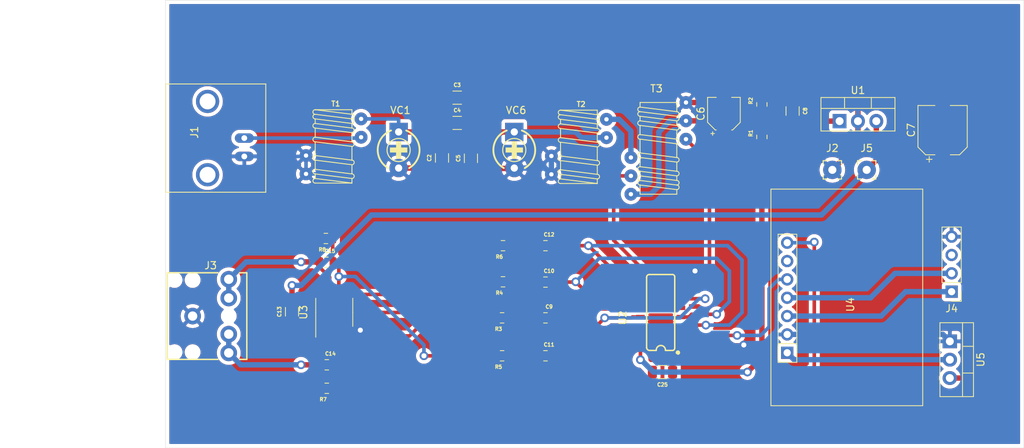
<source format=kicad_pcb>
(kicad_pcb (version 20171130) (host pcbnew "(5.1.5)-3")
  (layers (0 F.Cu signal) (31 B.Cu signal) (34 B.Paste user) (35 F.Paste user) (36 B.SilkS user) (37 F.SilkS user) (38 B.Mask user) (39 F.Mask user) (44 Edge.Cuts user))
  (net 0 "")
  (net 1 GND)
  (net 2 "Net-(C2-Pad2)")
  (net 3 +5V)
  (net 4 +12V)
  (net 5 "Net-(C9-Pad2)")
  (net 6 "Net-(C10-Pad2)")
  (net 7 "Net-(C11-Pad2)")
  (net 8 "Net-(C12-Pad2)")
  (net 9 "Net-(C14-Pad2)")
  (net 10 I_OUTPUT)
  (net 11 "Net-(C15-Pad2)")
  (net 12 Q_OUTPUT)
  (net 13 "Net-(R4-Pad2)")
  (net 14 "Net-(R6-Pad2)")
  (net 15 "Net-(T2-PadC2B)")
  (net 16 "Net-(T3-PadC2B)")
  (net 17 "Net-(T3-PadC3A)")
  (net 18 "Net-(U2-Pad14)")
  (net 19 "Net-(U2-Pad2)")
  (net 20 +3V3)
  (net 21 "Net-(J1-PadS)")
  (net 22 "Net-(J4-Pad2)")
  (net 23 "Net-(J4-Pad1)")
  (net 24 "Net-(C6-Pad1)")
  (net 25 "Net-(C3-Pad2)")
  (module Xenir:Pad (layer F.Cu) (at 195.5 67.25)
    (fp_text reference J5 (at 0 0.5) (layer F.SilkS))
    (fp_text value Pad)
    (pad 1 thru_hole circle (at 0 3.5) (size 2.54 2.54) (drill 1.1176) (layers *.Cu *.Mask) (net 4 +12V))
  )
  (module Xenir:Pad (layer F.Cu) (at 190.75 67.25)
    (fp_text reference J2 (at 0 0.5) (layer F.SilkS))
    (fp_text value Pad)
    (pad 1 thru_hole circle (at 0 3.5) (size 2.54 2.54) (drill 1.1176) (layers *.Cu *.Mask) (net 1 GND))
  )
  (module "Xenir:Capacitor 0805" (layer F.Cu) (at 145.1875 88.79 180)
    (fp_text reference R4 (at 0.5 1) (layer F.SilkS) (effects (font (size 0.5 0.5) (thickness 0.125))))
    (fp_text value 100)
    (pad 2 smd roundrect (at 0.9375 2.54 180) (size 0.975 1.4) (layers F.Cu F.Paste F.Mask) (net 13 "Net-(R4-Pad2)"))
    (pad 1 smd roundrect (at -0.9375 2.54 180) (size 0.975 1.4) (layers F.Cu F.Paste F.Mask) (net 6 "Net-(C10-Pad2)"))
  )
  (module Capacitor_SMD:CP_Elec_6.3x5.4 (layer F.Cu) (at 206 65.25 90)
    (fp_text reference C7 (at 0 -4.35 90) (layer F.SilkS))
    (fp_text value 100uF)
    (pad 2 smd roundrect (at 2.8 0 90) (size 3.5 1.6) (layers F.Cu F.Paste F.Mask) (roundrect_rratio 0.15625) (net 1 GND))
    (pad 1 smd roundrect (at -2.8 0 90) (size 3.5 1.6) (layers F.Cu F.Paste F.Mask) (roundrect_rratio 0.15625) (net 4 +12V))
  )
  (module Capacitor_SMD:CP_Elec_4x5.4 (layer F.Cu) (at 175.75 62.97 90)
    (fp_text reference C6 (at 0 -3.2 90) (layer F.SilkS))
    (fp_text value 22uF)
    (pad 2 smd roundrect (at 1.8 0 90) (size 2.6 1.6) (layers F.Cu F.Paste F.Mask) (roundrect_rratio 0.15625) (net 1 GND))
    (pad 1 smd roundrect (at -1.8 0 90) (size 2.6 1.6) (layers F.Cu F.Paste F.Mask) (roundrect_rratio 0.15625) (net 24 "Net-(C6-Pad1)"))
  )
  (module Connector_PinHeader_2.54mm:PinHeader_1x04_P2.54mm_Vertical (layer F.Cu) (at 207.25 87.62 180)
    (fp_text reference J4 (at 0 -2.33) (layer F.SilkS))
    (fp_text value Conn_01x04_Female)
    (pad 4 thru_hole oval (at 0 7.62 180) (size 1.7 1.7) (drill 1) (layers *.Cu *.Mask) (net 1 GND))
    (pad 3 thru_hole oval (at 0 5.08 180) (size 1.7 1.7) (drill 1) (layers *.Cu *.Mask))
    (pad 2 thru_hole oval (at 0 2.54 180) (size 1.7 1.7) (drill 1) (layers *.Cu *.Mask) (net 22 "Net-(J4-Pad2)"))
    (pad 1 thru_hole rect (at 0 0 180) (size 1.7 1.7) (drill 1) (layers *.Cu *.Mask) (net 23 "Net-(J4-Pad1)"))
  )
  (module Package_TO_SOT_THT:TO-220-3_Vertical (layer F.Cu) (at 207 94.5 270)
    (fp_text reference U5 (at 2.54 -4.27 90) (layer F.SilkS))
    (fp_text value LD33V)
    (pad 3 thru_hole oval (at 5.08 0 270) (size 1.905 2) (drill 1.1) (layers *.Cu *.Mask) (net 4 +12V))
    (pad 2 thru_hole oval (at 2.54 0 270) (size 1.905 2) (drill 1.1) (layers *.Cu *.Mask) (net 20 +3V3))
    (pad 1 thru_hole rect (at 0 0 270) (size 1.905 2) (drill 1.1) (layers *.Cu *.Mask) (net 1 GND))
  )
  (module Xenir:BNC (layer F.Cu) (at 105.5 66.25 90)
    (fp_text reference J1 (at 0.7 -3 90) (layer F.SilkS))
    (fp_text value BNC)
    (pad S thru_hole oval (at -0.1 3.9 180) (size 2.616 1.308) (drill 0.8) (layers *.Cu *.Mask) (net 21 "Net-(J1-PadS)"))
    (pad GND thru_hole oval (at -2.64 3.9 180) (size 2.616 1.308) (drill 0.8) (layers *.Cu *.Mask) (net 1 GND))
    (pad 3 thru_hole circle (at -5.18 -1.18 90) (size 3.216 3.216) (drill 2.2) (layers *.Cu *.Mask))
    (pad 4 thru_hole circle (at 4.98 -1.18 90) (size 3.216 3.216) (drill 2.2) (layers *.Cu *.Mask))
  )
  (module "Xenir:Capacitor 1206" (layer F.Cu) (at 138.85 62)
    (fp_text reference C4 (at 0 0.5) (layer F.SilkS) (effects (font (size 0.5 0.5) (thickness 0.125))))
    (fp_text value 10pF)
    (pad 2 smd roundrect (at 1.4 2.25) (size 1.25 1.75) (layers F.Cu F.Paste F.Mask) (roundrect_rratio 0.2) (net 25 "Net-(C3-Pad2)"))
    (pad 1 smd roundrect (at -1.4 2.25) (size 1.25 1.75) (layers F.Cu F.Paste F.Mask) (roundrect_rratio 0.2) (net 2 "Net-(C2-Pad2)"))
  )
  (module "Xenir:Capacitor 1206" (layer F.Cu) (at 138.85 58.5)
    (fp_text reference C3 (at 0 0.5) (layer F.SilkS) (effects (font (size 0.5 0.5) (thickness 0.125))))
    (fp_text value 5pF)
    (pad 2 smd roundrect (at 1.4 2.25) (size 1.25 1.75) (layers F.Cu F.Paste F.Mask) (roundrect_rratio 0.2) (net 25 "Net-(C3-Pad2)"))
    (pad 1 smd roundrect (at -1.4 2.25) (size 1.25 1.75) (layers F.Cu F.Paste F.Mask) (roundrect_rratio 0.2) (net 2 "Net-(C2-Pad2)"))
  )
  (module "Xenir:Capacitor 1206" (layer F.Cu) (at 138.5 69.15 90)
    (fp_text reference C5 (at 0 0.5 90) (layer F.SilkS) (effects (font (size 0.5 0.5) (thickness 0.125))))
    (fp_text value 150pF)
    (pad 2 smd roundrect (at 1.4 2.25 90) (size 1.25 1.75) (layers F.Cu F.Paste F.Mask) (roundrect_rratio 0.2) (net 25 "Net-(C3-Pad2)"))
    (pad 1 smd roundrect (at -1.4 2.25 90) (size 1.25 1.75) (layers F.Cu F.Paste F.Mask) (roundrect_rratio 0.2) (net 1 GND))
  )
  (module "Xenir:Capacitor 1206" (layer F.Cu) (at 134.5 69.1 90)
    (fp_text reference C2 (at 0 0.5 90) (layer F.SilkS) (effects (font (size 0.5 0.5) (thickness 0.125))))
    (fp_text value 150pF)
    (pad 2 smd roundrect (at 1.4 2.25 90) (size 1.25 1.75) (layers F.Cu F.Paste F.Mask) (roundrect_rratio 0.2) (net 2 "Net-(C2-Pad2)"))
    (pad 1 smd roundrect (at -1.4 2.25 90) (size 1.25 1.75) (layers F.Cu F.Paste F.Mask) (roundrect_rratio 0.2) (net 1 GND))
  )
  (module Xenir:trimcap (layer F.Cu) (at 146.75 61.5)
    (fp_text reference VC6 (at 0.25 1) (layer F.SilkS))
    (fp_text value 40pF)
    (pad 1 thru_hole rect (at 0 4) (size 2.54 2.54) (drill 1) (layers *.Cu *.Mask) (net 25 "Net-(C3-Pad2)"))
    (pad 2 thru_hole circle (at 0 9) (size 2.54 2.54) (drill 1) (layers *.Cu *.Mask) (net 1 GND))
  )
  (module Xenir:trimcap (layer F.Cu) (at 130.75 61.5)
    (fp_text reference VC1 (at 0.25 1) (layer F.SilkS))
    (fp_text value 40pF)
    (pad 1 thru_hole rect (at 0 4) (size 2.54 2.54) (drill 1) (layers *.Cu *.Mask) (net 2 "Net-(C2-Pad2)"))
    (pad 2 thru_hole circle (at 0 9) (size 2.54 2.54) (drill 1) (layers *.Cu *.Mask) (net 1 GND))
  )
  (module Xenir:si5351 (layer F.Cu) (at 182.25 73.41 270)
    (fp_text reference U4 (at 16 -11 90) (layer F.SilkS))
    (fp_text value si5351)
    (pad 2 thru_hole oval (at 12.51 -2.25 180) (size 1.7 1.7) (drill 1) (layers *.Cu *.Mask) (net 19 "Net-(U2-Pad2)"))
    (pad SDA thru_hole oval (at 17.59 -2.25 180) (size 1.7 1.7) (drill 1) (layers *.Cu *.Mask) (net 23 "Net-(J4-Pad1)"))
    (pad VIN thru_hole rect (at 22.67 -2.25 180) (size 1.7 1.7) (drill 1) (layers *.Cu *.Mask) (net 20 +3V3))
    (pad SCL thru_hole oval (at 15.05 -2.25 180) (size 1.7 1.7) (drill 1) (layers *.Cu *.Mask) (net 22 "Net-(J4-Pad2)"))
    (pad 1 thru_hole oval (at 9.97 -2.25 180) (size 1.7 1.7) (drill 1) (layers *.Cu *.Mask))
    (pad GND thru_hole oval (at 20.13 -2.25 180) (size 1.7 1.7) (drill 1) (layers *.Cu *.Mask) (net 1 GND))
    (pad 0 thru_hole oval (at 7.43 -2.25 180) (size 1.7 1.7) (drill 1) (layers *.Cu *.Mask) (net 18 "Net-(U2-Pad14)"))
  )
  (module Xenir:SOIC8 (layer F.Cu) (at 117.095 90.475 90)
    (fp_text reference U3 (at 0 0.5 90) (layer F.SilkS))
    (fp_text value LM358)
    (pad 6 smd roundrect (at 2.475 5.385 90) (size 1.95 0.6) (layers F.Cu F.Paste F.Mask) (net 11 "Net-(C15-Pad2)"))
    (pad 3 smd roundrect (at -2.475 5.385 90) (size 1.95 0.6) (layers F.Cu F.Paste F.Mask) (net 13 "Net-(R4-Pad2)"))
    (pad 7 smd roundrect (at 2.475 4.115 90) (size 1.95 0.6) (layers F.Cu F.Paste F.Mask) (net 12 Q_OUTPUT))
    (pad 5 smd roundrect (at 2.475 6.655 90) (size 1.95 0.6) (layers F.Cu F.Paste F.Mask) (net 14 "Net-(R6-Pad2)"))
    (pad 1 smd roundrect (at -2.475 2.845 90) (size 1.95 0.6) (layers F.Cu F.Paste F.Mask) (net 10 I_OUTPUT))
    (pad 4 smd roundrect (at -2.475 6.655 90) (size 1.95 0.6) (layers F.Cu F.Paste F.Mask) (net 1 GND))
    (pad 8 smd roundrect (at 2.475 2.845 90) (size 1.95 0.6) (layers F.Cu F.Paste F.Mask) (net 4 +12V))
    (pad 2 smd roundrect (at -2.475 4.115 90) (size 1.95 0.6) (layers F.Cu F.Paste F.Mask) (net 9 "Net-(C14-Pad2)"))
  )
  (module Xenir:SO16 (layer F.Cu) (at 161.25 91.25 90)
    (fp_text reference U2 (at 0 0.5 90) (layer F.SilkS))
    (fp_text value FST3253)
    (pad 14 smd rect (at -1.155 2.95 90) (size 0.6 1.2) (layers F.Cu F.Paste F.Mask) (net 18 "Net-(U2-Pad14)"))
    (pad 15 smd rect (at -2.425 2.95 90) (size 0.6 1.2) (layers F.Cu F.Paste F.Mask) (net 1 GND))
    (pad 16 smd rect (at -3.695 2.95 90) (size 0.6 1.2) (layers F.Cu F.Paste F.Mask) (net 3 +5V))
    (pad 5 smd rect (at 1.385 8.55 90) (size 0.6 1.2) (layers F.Cu F.Paste F.Mask) (net 5 "Net-(C9-Pad2)"))
    (pad 1 smd rect (at -3.695 8.55 90) (size 0.6 1.2) (layers F.Cu F.Paste F.Mask) (net 1 GND))
    (pad 2 smd rect (at -2.425 8.55 90) (size 0.6 1.2) (layers F.Cu F.Paste F.Mask) (net 19 "Net-(U2-Pad2)"))
    (pad 3 smd rect (at -1.155 8.55 90) (size 0.6 1.2) (layers F.Cu F.Paste F.Mask) (net 8 "Net-(C12-Pad2)"))
    (pad 4 smd rect (at 0.115 8.55 90) (size 0.6 1.2) (layers F.Cu F.Paste F.Mask) (net 6 "Net-(C10-Pad2)"))
    (pad 6 smd rect (at 2.655 8.55 90) (size 0.6 1.2) (layers F.Cu F.Paste F.Mask) (net 7 "Net-(C11-Pad2)"))
    (pad 7 smd rect (at 3.925 8.55 90) (size 0.6 1.2) (layers F.Cu F.Paste F.Mask) (net 17 "Net-(T3-PadC3A)"))
    (pad 9 smd rect (at 5.195 2.95 90) (size 0.6 1.2) (layers F.Cu F.Paste F.Mask) (net 16 "Net-(T3-PadC2B)"))
    (pad 10 smd rect (at 3.925 2.95 90) (size 0.6 1.2) (layers F.Cu F.Paste F.Mask) (net 8 "Net-(C12-Pad2)"))
    (pad 11 smd rect (at 2.655 2.95 90) (size 0.6 1.2) (layers F.Cu F.Paste F.Mask) (net 6 "Net-(C10-Pad2)"))
    (pad 13 smd rect (at 0.115 2.95 90) (size 0.6 1.2) (layers F.Cu F.Paste F.Mask) (net 7 "Net-(C11-Pad2)"))
    (pad 8 smd rect (at 5.195 8.55 90) (size 0.6 1.2) (layers F.Cu F.Paste F.Mask) (net 1 GND))
    (pad 12 smd rect (at 1.385 2.95 90) (size 0.6 1.2) (layers F.Cu F.Paste F.Mask) (net 5 "Net-(C9-Pad2)"))
  )
  (module Package_TO_SOT_THT:TO-220-3_Vertical (layer F.Cu) (at 191.75 64)
    (fp_text reference U1 (at 2.54 -4.27) (layer F.SilkS))
    (fp_text value LM7805_TO220)
    (pad 3 thru_hole oval (at 5.08 0) (size 1.905 2) (drill 1.1) (layers *.Cu *.Mask) (net 4 +12V))
    (pad 2 thru_hole oval (at 2.54 0) (size 1.905 2) (drill 1.1) (layers *.Cu *.Mask) (net 1 GND))
    (pad 1 thru_hole rect (at 0 0) (size 1.905 2) (drill 1.1) (layers *.Cu *.Mask) (net 3 +5V))
  )
  (module "Xenir:T50 Trifilar" (layer F.Cu) (at 166.42 59)
    (fp_text reference T3 (at 0 0.5) (layer F.SilkS))
    (fp_text value T50_SPLITTER)
    (pad C2B thru_hole circle (at -3.54 12.58) (size 1.778 1.778) (drill 0.6) (layers *.Cu *.Mask) (net 16 "Net-(T3-PadC2B)"))
    (pad C3B thru_hole circle (at -3.54 15.12) (size 1.778 1.778) (drill 0.6) (layers *.Cu *.Mask) (net 24 "Net-(C6-Pad1)"))
    (pad C2A thru_hole circle (at 4.08 4.96) (size 1.778 1.778) (drill 0.6) (layers *.Cu *.Mask) (net 24 "Net-(C6-Pad1)"))
    (pad C1B thru_hole circle (at -3.54 10.04) (size 1.778 1.778) (drill 0.6) (layers *.Cu *.Mask) (net 15 "Net-(T2-PadC2B)"))
    (pad C1A thru_hole circle (at 4.08 2.42) (size 1.778 1.778) (drill 0.6) (layers *.Cu *.Mask) (net 1 GND))
    (pad C3A thru_hole circle (at 4.08 7.5) (size 1.778 1.778) (drill 0.6) (layers *.Cu *.Mask) (net 17 "Net-(T3-PadC3A)"))
  )
  (module "Xenir:T37 Transformer" (layer F.Cu) (at 155.69 60.56)
    (fp_text reference T2 (at 0.3 1.1) (layer F.SilkS) (effects (font (size 0.7 0.7))))
    (fp_text value 31:6)
    (pad C1B thru_hole circle (at 3.81 5.73) (size 1.778 1.778) (drill 0.6) (layers *.Cu *.Mask) (net 25 "Net-(C3-Pad2)"))
    (pad C1A thru_hole circle (at -3.81 10.81) (size 1.778 1.778) (drill 0.6) (layers *.Cu *.Mask) (net 1 GND))
    (pad C2B thru_hole circle (at 3.81 3.19) (size 1.778 1.778) (drill 0.6) (layers *.Cu *.Mask) (net 15 "Net-(T2-PadC2B)"))
    (pad C2A thru_hole circle (at -3.81 8.27) (size 1.778 1.778) (drill 0.6) (layers *.Cu *.Mask) (net 1 GND))
  )
  (module "Xenir:T37 Transformer" (layer F.Cu) (at 121.75 60.5)
    (fp_text reference T1 (at 0.3 1.1) (layer F.SilkS) (effects (font (size 0.7 0.7))))
    (fp_text value 6:31)
    (pad C1B thru_hole circle (at 3.81 5.73) (size 1.778 1.778) (drill 0.6) (layers *.Cu *.Mask) (net 21 "Net-(J1-PadS)"))
    (pad C1A thru_hole circle (at -3.81 10.81) (size 1.778 1.778) (drill 0.6) (layers *.Cu *.Mask) (net 1 GND))
    (pad C2B thru_hole circle (at 3.81 3.19) (size 1.778 1.778) (drill 0.6) (layers *.Cu *.Mask) (net 2 "Net-(C2-Pad2)"))
    (pad C2A thru_hole circle (at -3.81 8.27) (size 1.778 1.778) (drill 0.6) (layers *.Cu *.Mask) (net 1 GND))
  )
  (module "Xenir:Capacitor 0805" (layer F.Cu) (at 120.6875 82.79 180)
    (fp_text reference R8 (at 0.5 1) (layer F.SilkS) (effects (font (size 0.5 0.5) (thickness 0.125))))
    (fp_text value 10k)
    (pad 2 smd roundrect (at 0.9375 2.54 180) (size 0.975 1.4) (layers F.Cu F.Paste F.Mask) (net 12 Q_OUTPUT))
    (pad 1 smd roundrect (at -0.9375 2.54 180) (size 0.975 1.4) (layers F.Cu F.Paste F.Mask) (net 11 "Net-(C15-Pad2)"))
  )
  (module "Xenir:Capacitor 0805" (layer F.Cu) (at 120.8125 103.54 180)
    (fp_text reference R7 (at 0.5 1) (layer F.SilkS) (effects (font (size 0.5 0.5) (thickness 0.125))))
    (fp_text value 10k)
    (pad 2 smd roundrect (at 0.9375 2.54 180) (size 0.975 1.4) (layers F.Cu F.Paste F.Mask) (net 10 I_OUTPUT))
    (pad 1 smd roundrect (at -0.9375 2.54 180) (size 0.975 1.4) (layers F.Cu F.Paste F.Mask) (net 9 "Net-(C14-Pad2)"))
  )
  (module "Xenir:Capacitor 0805" (layer F.Cu) (at 145.1875 83.79 180)
    (fp_text reference R6 (at 0.5 1) (layer F.SilkS) (effects (font (size 0.5 0.5) (thickness 0.125))))
    (fp_text value 100)
    (pad 2 smd roundrect (at 0.9375 2.54 180) (size 0.975 1.4) (layers F.Cu F.Paste F.Mask) (net 14 "Net-(R6-Pad2)"))
    (pad 1 smd roundrect (at -0.9375 2.54 180) (size 0.975 1.4) (layers F.Cu F.Paste F.Mask) (net 8 "Net-(C12-Pad2)"))
  )
  (module "Xenir:Capacitor 0805" (layer F.Cu) (at 145.0625 99.04 180)
    (fp_text reference R5 (at 0.5 1) (layer F.SilkS) (effects (font (size 0.5 0.5) (thickness 0.125))))
    (fp_text value 100)
    (pad 2 smd roundrect (at 0.9375 2.54 180) (size 0.975 1.4) (layers F.Cu F.Paste F.Mask) (net 11 "Net-(C15-Pad2)"))
    (pad 1 smd roundrect (at -0.9375 2.54 180) (size 0.975 1.4) (layers F.Cu F.Paste F.Mask) (net 7 "Net-(C11-Pad2)"))
  )
  (module "Xenir:Capacitor 0805" (layer F.Cu) (at 145.0625 93.79 180)
    (fp_text reference R3 (at 0.5 1) (layer F.SilkS) (effects (font (size 0.5 0.5) (thickness 0.125))))
    (fp_text value 100)
    (pad 2 smd roundrect (at 0.9375 2.54 180) (size 0.975 1.4) (layers F.Cu F.Paste F.Mask) (net 9 "Net-(C14-Pad2)"))
    (pad 1 smd roundrect (at -0.9375 2.54 180) (size 0.975 1.4) (layers F.Cu F.Paste F.Mask) (net 5 "Net-(C9-Pad2)"))
  )
  (module "Xenir:Capacitor 0805" (layer F.Cu) (at 178.46 61.6875 90)
    (fp_text reference R2 (at 0.5 1 90) (layer F.SilkS) (effects (font (size 0.5 0.5) (thickness 0.125))))
    (fp_text value 10k)
    (pad 2 smd roundrect (at 0.9375 2.54 90) (size 0.975 1.4) (layers F.Cu F.Paste F.Mask) (net 1 GND))
    (pad 1 smd roundrect (at -0.9375 2.54 90) (size 0.975 1.4) (layers F.Cu F.Paste F.Mask) (net 24 "Net-(C6-Pad1)"))
  )
  (module "Xenir:Capacitor 0805" (layer F.Cu) (at 178.46 66.1875 90)
    (fp_text reference R1 (at 0.5 1 90) (layer F.SilkS) (effects (font (size 0.5 0.5) (thickness 0.125))))
    (fp_text value 10k)
    (pad 2 smd roundrect (at 0.9375 2.54 90) (size 0.975 1.4) (layers F.Cu F.Paste F.Mask) (net 24 "Net-(C6-Pad1)"))
    (pad 1 smd roundrect (at -0.9375 2.54 90) (size 0.975 1.4) (layers F.Cu F.Paste F.Mask) (net 3 +5V))
  )
  (module Xenir:Audio_Jack (layer F.Cu) (at 104.25 82.5)
    (fp_text reference J3 (at 0.5 1.5) (layer F.SilkS))
    (fp_text value Audio_Jack)
    (pad "" np_thru_hole circle (at -4.5 3.5) (size 1.2 1.2) (drill 1.2) (layers *.Cu *.Mask))
    (pad "" np_thru_hole circle (at -2 3.5) (size 1.2 1.2) (drill 1.2) (layers *.Cu *.Mask))
    (pad RING thru_hole circle (at 3 3.4) (size 2.3 2.3) (drill 1.3) (layers *.Cu *.Mask) (net 12 Q_OUTPUT))
    (pad "" np_thru_hole circle (at 3 8.5) (size 1.2 1.2) (drill 1.2) (layers *.Cu *.Mask))
    (pad SLEEVE thru_hole circle (at -2 8.5) (size 2.3 2.3) (drill 1.3) (layers *.Cu *.Mask) (net 1 GND))
    (pad "" np_thru_hole circle (at -2 13.5) (size 1.2 1.2) (drill 1.2) (layers *.Cu *.Mask))
    (pad TIP thru_hole circle (at 3 13.6) (size 2.3 2.3) (drill 1.3) (layers *.Cu *.Mask) (net 10 I_OUTPUT))
    (pad TSH thru_hole circle (at 3 11) (size 2.3 2.3) (drill 1.3) (layers *.Cu *.Mask) (net 10 I_OUTPUT))
    (pad "" np_thru_hole circle (at -4.5 13.5) (size 1.2 1.2) (drill 1.2) (layers *.Cu *.Mask))
    (pad RSH thru_hole circle (at 3 6) (size 2.3 2.3) (drill 1.3) (layers *.Cu *.Mask) (net 12 Q_OUTPUT))
  )
  (module "Xenir:Capacitor 0805" (layer F.Cu) (at 120.75 81)
    (fp_text reference C15 (at 0.5 1) (layer F.SilkS) (effects (font (size 0.5 0.5) (thickness 0.125))))
    (fp_text value 1nF)
    (pad 2 smd roundrect (at 0.9375 2.54) (size 0.975 1.4) (layers F.Cu F.Paste F.Mask) (net 11 "Net-(C15-Pad2)"))
    (pad 1 smd roundrect (at -0.9375 2.54) (size 0.975 1.4) (layers F.Cu F.Paste F.Mask) (net 12 Q_OUTPUT))
  )
  (module "Xenir:Capacitor 0805" (layer F.Cu) (at 120.8125 95.21)
    (fp_text reference C14 (at 0.5 1) (layer F.SilkS) (effects (font (size 0.5 0.5) (thickness 0.125))))
    (fp_text value 1nF)
    (pad 2 smd roundrect (at 0.9375 2.54) (size 0.975 1.4) (layers F.Cu F.Paste F.Mask) (net 9 "Net-(C14-Pad2)"))
    (pad 1 smd roundrect (at -0.9375 2.54) (size 0.975 1.4) (layers F.Cu F.Paste F.Mask) (net 10 I_OUTPUT))
  )
  (module "Xenir:Capacitor 1206" (layer F.Cu) (at 113.75 90.4 90)
    (fp_text reference C13 (at 0 0.5 90) (layer F.SilkS) (effects (font (size 0.5 0.5) (thickness 0.125))))
    (fp_text value .1uF)
    (pad 2 smd roundrect (at 1.4 2.25 90) (size 1.25 1.75) (layers F.Cu F.Paste F.Mask) (roundrect_rratio 0.2) (net 4 +12V))
    (pad 1 smd roundrect (at -1.4 2.25 90) (size 1.25 1.75) (layers F.Cu F.Paste F.Mask) (roundrect_rratio 0.2) (net 1 GND))
  )
  (module "Xenir:Capacitor 0805" (layer F.Cu) (at 151.0625 78.71)
    (fp_text reference C12 (at 0.5 1) (layer F.SilkS) (effects (font (size 0.5 0.5) (thickness 0.125))))
    (fp_text value 470nF)
    (pad 2 smd roundrect (at 0.9375 2.54) (size 0.975 1.4) (layers F.Cu F.Paste F.Mask) (net 8 "Net-(C12-Pad2)"))
    (pad 1 smd roundrect (at -0.9375 2.54) (size 0.975 1.4) (layers F.Cu F.Paste F.Mask) (net 1 GND))
  )
  (module "Xenir:Capacitor 0805" (layer F.Cu) (at 151.0625 93.96)
    (fp_text reference C11 (at 0.5 1) (layer F.SilkS) (effects (font (size 0.5 0.5) (thickness 0.125))))
    (fp_text value 470nF)
    (pad 2 smd roundrect (at 0.9375 2.54) (size 0.975 1.4) (layers F.Cu F.Paste F.Mask) (net 7 "Net-(C11-Pad2)"))
    (pad 1 smd roundrect (at -0.9375 2.54) (size 0.975 1.4) (layers F.Cu F.Paste F.Mask) (net 1 GND))
  )
  (module "Xenir:Capacitor 0805" (layer F.Cu) (at 151.0625 83.75)
    (fp_text reference C10 (at 0.5 1) (layer F.SilkS) (effects (font (size 0.5 0.5) (thickness 0.125))))
    (fp_text value 470nF)
    (pad 2 smd roundrect (at 0.9375 2.54) (size 0.975 1.4) (layers F.Cu F.Paste F.Mask) (net 6 "Net-(C10-Pad2)"))
    (pad 1 smd roundrect (at -0.9375 2.54) (size 0.975 1.4) (layers F.Cu F.Paste F.Mask) (net 1 GND))
  )
  (module "Xenir:Capacitor 0805" (layer F.Cu) (at 151.0625 88.71)
    (fp_text reference C9 (at 0.5 1) (layer F.SilkS) (effects (font (size 0.5 0.5) (thickness 0.125))))
    (fp_text value 470nF)
    (pad 2 smd roundrect (at 0.9375 2.54) (size 0.975 1.4) (layers F.Cu F.Paste F.Mask) (net 5 "Net-(C9-Pad2)"))
    (pad 1 smd roundrect (at -0.9375 2.54) (size 0.975 1.4) (layers F.Cu F.Paste F.Mask) (net 1 GND))
  )
  (module "Xenir:Capacitor 1206" (layer F.Cu) (at 187.5 62.6 270)
    (fp_text reference C8 (at 0 0.5 90) (layer F.SilkS) (effects (font (size 0.5 0.5) (thickness 0.125))))
    (fp_text value .1uF)
    (pad 2 smd roundrect (at 1.4 2.25 270) (size 1.25 1.75) (layers F.Cu F.Paste F.Mask) (roundrect_rratio 0.2) (net 3 +5V))
    (pad 1 smd roundrect (at -1.4 2.25 270) (size 1.25 1.75) (layers F.Cu F.Paste F.Mask) (roundrect_rratio 0.2) (net 1 GND))
  )
  (module "Xenir:Capacitor 1206" (layer F.Cu) (at 167.25 101 180)
    (fp_text reference C25 (at 0 0.5) (layer F.SilkS) (effects (font (size 0.5 0.5) (thickness 0.125))))
    (fp_text value .1uF)
    (pad 2 smd roundrect (at 1.4 2.25 180) (size 1.25 1.75) (layers F.Cu F.Paste F.Mask) (roundrect_rratio 0.2) (net 3 +5V))
    (pad 1 smd roundrect (at -1.4 2.25 180) (size 1.25 1.75) (layers F.Cu F.Paste F.Mask) (roundrect_rratio 0.2) (net 1 GND))
  )
  (gr_line (start 98.5 47.25) (end 99 47.25) (layer Edge.Cuts) (width 0.05))
  (gr_line (start 98.5 109.25) (end 98.5 47.25) (layer Edge.Cuts) (width 0.05))
  (gr_line (start 217.25 109.25) (end 98.5 109.25) (layer Edge.Cuts) (width 0.05))
  (gr_line (start 217.25 47.25) (end 217.25 109.25) (layer Edge.Cuts) (width 0.05))
  (gr_line (start 99 47.25) (end 217.25 47.25) (layer Edge.Cuts) (width 0.05))
  (segment (start 117.82 68.89) (end 117.94 68.77) (width 0.5) (layer B.Cu) (net 1))
  (segment (start 109.4 68.89) (end 117.82 68.89) (width 0.5) (layer B.Cu) (net 1))
  (segment (start 117.94 68.77) (end 117.94 71.31) (width 0.5) (layer B.Cu) (net 1))
  (segment (start 129.94 71.31) (end 130.75 70.5) (width 0.5) (layer B.Cu) (net 1))
  (segment (start 117.94 71.31) (end 129.94 71.31) (width 0.5) (layer B.Cu) (net 1))
  (segment (start 130.75 70.5) (end 136.75 70.5) (width 0.75) (layer F.Cu) (net 1))
  (segment (start 146.7 70.55) (end 146.75 70.5) (width 0.75) (layer F.Cu) (net 1))
  (segment (start 140.75 70.55) (end 146.7 70.55) (width 0.75) (layer F.Cu) (net 1))
  (segment (start 140.7 70.5) (end 140.75 70.55) (width 0.75) (layer F.Cu) (net 1))
  (segment (start 136.75 70.5) (end 140.7 70.5) (width 0.75) (layer F.Cu) (net 1))
  (segment (start 151.01 70.5) (end 151.88 71.37) (width 0.75) (layer B.Cu) (net 1))
  (segment (start 146.75 70.5) (end 151.01 70.5) (width 0.75) (layer B.Cu) (net 1))
  (segment (start 151.88 68.83) (end 151.88 71.37) (width 0.75) (layer B.Cu) (net 1))
  (segment (start 194.29 62.25) (end 195.04 61.5) (width 0.75) (layer F.Cu) (net 1))
  (segment (start 194.29 64) (end 194.29 62.25) (width 0.75) (layer F.Cu) (net 1))
  (segment (start 205.05 61.5) (end 206 62.45) (width 0.75) (layer F.Cu) (net 1))
  (segment (start 195.04 61.5) (end 205.05 61.5) (width 0.75) (layer F.Cu) (net 1))
  (segment (start 149.6375 86.29) (end 149.5975 86.25) (width 0.5) (layer F.Cu) (net 1))
  (segment (start 150.125 86.29) (end 149.6375 86.29) (width 0.5) (layer F.Cu) (net 1))
  (segment (start 164.2 93.675) (end 166.675 93.675) (width 0.5) (layer F.Cu) (net 1))
  (segment (start 167.945 94.945) (end 169.8 94.945) (width 0.5) (layer F.Cu) (net 1))
  (segment (start 166.675 93.675) (end 167.945 94.945) (width 0.5) (layer F.Cu) (net 1))
  (segment (start 168.65 95.65) (end 167.945 94.945) (width 0.5) (layer F.Cu) (net 1))
  (segment (start 168.65 98.75) (end 168.65 95.65) (width 0.5) (layer F.Cu) (net 1))
  (segment (start 170.9 94.945) (end 170.955 95) (width 0.5) (layer F.Cu) (net 1))
  (segment (start 169.8 94.945) (end 170.9 94.945) (width 0.5) (layer F.Cu) (net 1))
  (segment (start 170.955 95) (end 178.5 95) (width 0.5) (layer F.Cu) (net 1))
  (segment (start 178.5 95) (end 178.5 95) (width 0.5) (layer F.Cu) (net 1))
  (via (at 178.5 95) (size 1.2) (drill 0.7) (layers F.Cu B.Cu) (net 1))
  (segment (start 178.5 95) (end 181.25 95) (width 0.5) (layer B.Cu) (net 1))
  (segment (start 182.71 93.54) (end 184.5 93.54) (width 0.5) (layer B.Cu) (net 1))
  (segment (start 181.25 95) (end 182.71 93.54) (width 0.5) (layer B.Cu) (net 1))
  (segment (start 206.04 93.54) (end 207 94.5) (width 0.75) (layer B.Cu) (net 1))
  (segment (start 184.5 93.54) (end 206.04 93.54) (width 0.75) (layer B.Cu) (net 1))
  (segment (start 170.9 86.055) (end 171.75 85.205) (width 0.5) (layer F.Cu) (net 1))
  (segment (start 169.8 86.055) (end 170.9 86.055) (width 0.5) (layer F.Cu) (net 1))
  (segment (start 171.75 85.205) (end 171.75 84.75) (width 0.5) (layer F.Cu) (net 1))
  (segment (start 171.75 84.75) (end 171.75 84.75) (width 0.5) (layer F.Cu) (net 1))
  (via (at 171.75 84.75) (size 1.2) (drill 0.7) (layers F.Cu B.Cu) (net 1))
  (segment (start 175.58 61.42) (end 175.75 61.25) (width 0.75) (layer F.Cu) (net 1))
  (segment (start 170.5 61.42) (end 175.58 61.42) (width 0.75) (layer F.Cu) (net 1))
  (segment (start 175.75 61.25) (end 178.75 61.25) (width 0.75) (layer F.Cu) (net 1))
  (segment (start 179.25 60.75) (end 181 60.75) (width 0.75) (layer F.Cu) (net 1))
  (segment (start 178.75 61.25) (end 179.25 60.75) (width 0.75) (layer F.Cu) (net 1))
  (segment (start 184.8 60.75) (end 185.25 61.2) (width 0.75) (layer F.Cu) (net 1))
  (segment (start 181 60.75) (end 184.8 60.75) (width 0.75) (layer F.Cu) (net 1))
  (segment (start 186.425 61.5) (end 195.04 61.5) (width 0.75) (layer F.Cu) (net 1))
  (segment (start 186.125 61.2) (end 186.425 61.5) (width 0.75) (layer F.Cu) (net 1))
  (segment (start 185.25 61.2) (end 186.125 61.2) (width 0.75) (layer F.Cu) (net 1))
  (segment (start 194.29 67.21) (end 190.75 70.75) (width 0.75) (layer F.Cu) (net 1))
  (segment (start 194.29 64) (end 194.29 67.21) (width 0.75) (layer F.Cu) (net 1))
  (segment (start 123.75 92.95) (end 125.45 92.95) (width 0.75) (layer F.Cu) (net 1))
  (segment (start 125.45 92.95) (end 125.45 92.95) (width 0.75) (layer F.Cu) (net 1))
  (via (at 125.45 92.95) (size 1.2) (drill 0.7) (layers F.Cu B.Cu) (net 1))
  (segment (start 130.75 63.73) (end 130.75 65.5) (width 0.5) (layer B.Cu) (net 2))
  (segment (start 130.71 63.69) (end 130.75 63.73) (width 0.5) (layer B.Cu) (net 2))
  (segment (start 125.56 63.69) (end 130.71 63.69) (width 0.5) (layer B.Cu) (net 2))
  (segment (start 136.75 67.075) (end 136.75 67.7) (width 0.5) (layer F.Cu) (net 2))
  (segment (start 137.45 64.25) (end 137.45 60.75) (width 0.5) (layer F.Cu) (net 2))
  (segment (start 134.55 65.5) (end 136.75 67.7) (width 0.75) (layer F.Cu) (net 2))
  (segment (start 130.75 65.5) (end 134.55 65.5) (width 0.75) (layer F.Cu) (net 2))
  (segment (start 137.45 67) (end 136.75 67.7) (width 0.75) (layer F.Cu) (net 2))
  (segment (start 137.45 64.25) (end 137.45 67) (width 0.75) (layer F.Cu) (net 2))
  (segment (start 140.25 60.75) (end 140.25 64.25) (width 0.5) (layer F.Cu) (net 25))
  (segment (start 140.25 67.25) (end 140.75 67.75) (width 0.5) (layer F.Cu) (net 25))
  (segment (start 140.25 64.25) (end 140.25 67.25) (width 0.5) (layer F.Cu) (net 25))
  (segment (start 145 65.5) (end 146.75 65.5) (width 0.75) (layer F.Cu) (net 25))
  (segment (start 140.75 67.75) (end 142.75 67.75) (width 0.75) (layer F.Cu) (net 25))
  (segment (start 142.75 67.75) (end 145 65.5) (width 0.75) (layer F.Cu) (net 25))
  (segment (start 146.75 65.5) (end 155.25 65.5) (width 0.75) (layer B.Cu) (net 25))
  (segment (start 156.04 66.29) (end 159.5 66.29) (width 0.75) (layer B.Cu) (net 25))
  (segment (start 155.25 65.5) (end 156.04 66.29) (width 0.75) (layer B.Cu) (net 25))
  (segment (start 164.2 97.1) (end 165.85 98.75) (width 0.5) (layer F.Cu) (net 3))
  (segment (start 164.2 94.945) (end 164.2 97.05) (width 0.5) (layer F.Cu) (net 3))
  (segment (start 190 64) (end 191.75 64) (width 0.75) (layer F.Cu) (net 3))
  (segment (start 185.25 64) (end 190 64) (width 0.75) (layer F.Cu) (net 3))
  (segment (start 185.25 64) (end 185.25 66.25) (width 0.75) (layer F.Cu) (net 3))
  (segment (start 184.375 67.125) (end 181 67.125) (width 0.75) (layer F.Cu) (net 3))
  (segment (start 185.25 66.25) (end 184.375 67.125) (width 0.75) (layer F.Cu) (net 3))
  (segment (start 181 67.125) (end 181 67.6125) (width 0.75) (layer F.Cu) (net 3))
  (segment (start 181 67.6125) (end 181 96.75) (width 0.75) (layer F.Cu) (net 3))
  (segment (start 181 96.75) (end 179 98.75) (width 0.75) (layer F.Cu) (net 3))
  (segment (start 179 98.75) (end 179 98.75) (width 0.75) (layer F.Cu) (net 3))
  (via (at 179 98.75) (size 1.2) (drill 0.7) (layers F.Cu B.Cu) (net 3))
  (segment (start 179 98.75) (end 166 98.75) (width 0.75) (layer B.Cu) (net 3))
  (segment (start 166 98.75) (end 164.25 97) (width 0.75) (layer B.Cu) (net 3))
  (segment (start 164.2 97.05) (end 164.2 97.1) (width 0.5) (layer F.Cu) (net 3))
  (via (at 164.2 97.05) (size 1.2) (drill 0.7) (layers F.Cu B.Cu) (net 3))
  (segment (start 205.2 68.05) (end 206 68.05) (width 0.75) (layer F.Cu) (net 4))
  (segment (start 199.13 68.05) (end 205.2 68.05) (width 0.75) (layer F.Cu) (net 4))
  (segment (start 196.83 65.75) (end 199.13 68.05) (width 0.75) (layer F.Cu) (net 4))
  (segment (start 196.83 64) (end 196.83 65.75) (width 0.75) (layer F.Cu) (net 4))
  (segment (start 206 68.05) (end 208.05 68.05) (width 0.75) (layer F.Cu) (net 4))
  (segment (start 208.05 68.05) (end 211.25 71.25) (width 0.75) (layer F.Cu) (net 4))
  (segment (start 208.75 99.58) (end 207 99.58) (width 0.75) (layer F.Cu) (net 4))
  (segment (start 211.25 97.08) (end 208.75 99.58) (width 0.75) (layer F.Cu) (net 4))
  (segment (start 211.25 71.25) (end 211.25 97.08) (width 0.75) (layer F.Cu) (net 4))
  (segment (start 198.2 68.05) (end 195.5 70.75) (width 0.75) (layer F.Cu) (net 4))
  (segment (start 199.13 68.05) (end 198.2 68.05) (width 0.75) (layer F.Cu) (net 4))
  (segment (start 195.5 70.75) (end 194.230001 72.019999) (width 0.75) (layer B.Cu) (net 4))
  (segment (start 194.230001 72.019999) (end 191.25 75) (width 0.75) (layer B.Cu) (net 4))
  (segment (start 191.25 75) (end 189.25 77) (width 0.75) (layer B.Cu) (net 4))
  (segment (start 189.25 77) (end 127 77) (width 0.75) (layer B.Cu) (net 4))
  (segment (start 127 77) (end 117.25 86.75) (width 0.75) (layer B.Cu) (net 4))
  (segment (start 117.25 86.75) (end 116 86.75) (width 0.75) (layer B.Cu) (net 4))
  (segment (start 116 86.75) (end 116 86.75) (width 0.75) (layer B.Cu) (net 4))
  (via (at 116 86.75) (size 1.2) (drill 0.7) (layers F.Cu B.Cu) (net 4))
  (segment (start 116 86.75) (end 116 89) (width 0.75) (layer F.Cu) (net 4))
  (segment (start 118.94 89) (end 119.94 88) (width 0.75) (layer F.Cu) (net 4))
  (segment (start 116 89) (end 118.94 89) (width 0.75) (layer F.Cu) (net 4))
  (segment (start 146 91.25) (end 146 90.25) (width 0.5) (layer F.Cu) (net 5))
  (segment (start 146 90.25) (end 147 89.25) (width 0.5) (layer F.Cu) (net 5))
  (segment (start 147 89.25) (end 151.5 89.25) (width 0.5) (layer F.Cu) (net 5))
  (segment (start 151.5 89.25) (end 152 89.75) (width 0.5) (layer F.Cu) (net 5))
  (segment (start 152 89.75) (end 152 91.25) (width 0.5) (layer F.Cu) (net 5))
  (segment (start 163.1 89.865) (end 162.965 90) (width 0.5) (layer F.Cu) (net 5))
  (segment (start 164.2 89.865) (end 163.1 89.865) (width 0.5) (layer F.Cu) (net 5))
  (segment (start 162.965 90) (end 158 90) (width 0.5) (layer F.Cu) (net 5))
  (segment (start 156.75 91.25) (end 152 91.25) (width 0.5) (layer F.Cu) (net 5))
  (segment (start 158 90) (end 156.75 91.25) (width 0.5) (layer F.Cu) (net 5))
  (segment (start 164.2 89.865) (end 169.8 89.865) (width 0.5) (layer F.Cu) (net 5))
  (segment (start 146.125 85.55) (end 147.425 84.25) (width 0.5) (layer F.Cu) (net 6))
  (segment (start 146.125 86.25) (end 146.125 85.55) (width 0.5) (layer F.Cu) (net 6))
  (segment (start 147.425 84.25) (end 151.5 84.25) (width 0.5) (layer F.Cu) (net 6))
  (segment (start 151.5 84.25) (end 152 84.75) (width 0.5) (layer F.Cu) (net 6))
  (segment (start 152 84.75) (end 152 86.29) (width 0.5) (layer F.Cu) (net 6))
  (segment (start 164.2 88.595) (end 157.595 88.595) (width 0.5) (layer F.Cu) (net 6))
  (segment (start 157.595 88.595) (end 155.25 86.25) (width 0.5) (layer F.Cu) (net 6))
  (segment (start 155.21 86.29) (end 152 86.29) (width 0.5) (layer F.Cu) (net 6))
  (segment (start 155.25 86.25) (end 155.21 86.29) (width 0.5) (layer F.Cu) (net 6))
  (segment (start 170.9 91.135) (end 171.285 90.75) (width 0.5) (layer F.Cu) (net 6))
  (segment (start 169.8 91.135) (end 170.9 91.135) (width 0.5) (layer F.Cu) (net 6))
  (segment (start 171.285 90.75) (end 174.75 90.75) (width 0.5) (layer F.Cu) (net 6))
  (segment (start 174.75 90.75) (end 174.75 90.75) (width 0.5) (layer F.Cu) (net 6))
  (via (at 174.75 90.75) (size 1.2) (drill 0.7) (layers F.Cu B.Cu) (net 6))
  (segment (start 174.75 90.75) (end 175.349999 90.150001) (width 0.5) (layer B.Cu) (net 6))
  (segment (start 175.349999 90.150001) (end 176.5 89) (width 0.5) (layer B.Cu) (net 6))
  (segment (start 176.5 89) (end 176.5 84.75) (width 0.5) (layer B.Cu) (net 6))
  (segment (start 176.5 84.75) (end 174.75 83) (width 0.5) (layer B.Cu) (net 6))
  (segment (start 174.75 83) (end 158.5 83) (width 0.5) (layer B.Cu) (net 6))
  (segment (start 158.5 83) (end 155.25 86.25) (width 0.5) (layer B.Cu) (net 6))
  (segment (start 155.25 86.25) (end 155.25 86.25) (width 0.5) (layer B.Cu) (net 6))
  (via (at 155.25 86.25) (size 1.2) (drill 0.7) (layers F.Cu B.Cu) (net 6))
  (segment (start 146 96.5) (end 146 95.25) (width 0.5) (layer F.Cu) (net 7))
  (segment (start 146 95.25) (end 147 94.25) (width 0.5) (layer F.Cu) (net 7))
  (segment (start 147 94.25) (end 151.5 94.25) (width 0.5) (layer F.Cu) (net 7))
  (segment (start 151.5 94.25) (end 152 94.75) (width 0.5) (layer F.Cu) (net 7))
  (segment (start 152 94.75) (end 152 96.5) (width 0.5) (layer F.Cu) (net 7))
  (segment (start 163.1 91.135) (end 162.985 91.25) (width 0.5) (layer F.Cu) (net 7))
  (segment (start 164.2 91.135) (end 163.1 91.135) (width 0.5) (layer F.Cu) (net 7))
  (segment (start 162.985 91.25) (end 159.25 91.25) (width 0.5) (layer F.Cu) (net 7))
  (segment (start 154 96.5) (end 152 96.5) (width 0.5) (layer F.Cu) (net 7))
  (segment (start 159.25 91.25) (end 154 96.5) (width 0.5) (layer F.Cu) (net 7))
  (segment (start 169.8 88.595) (end 173.155 88.595) (width 0.5) (layer F.Cu) (net 7))
  (segment (start 173.155 88.595) (end 173.155 88.595) (width 0.5) (layer F.Cu) (net 7))
  (via (at 173.155 88.595) (size 1.2) (drill 0.7) (layers F.Cu B.Cu) (net 7))
  (segment (start 172.306472 88.595) (end 169.651472 91.25) (width 0.5) (layer B.Cu) (net 7))
  (segment (start 173.155 88.595) (end 172.306472 88.595) (width 0.5) (layer B.Cu) (net 7))
  (segment (start 169.651472 91.25) (end 159.25 91.25) (width 0.5) (layer B.Cu) (net 7))
  (segment (start 159.25 91.25) (end 159.25 91.25) (width 0.5) (layer B.Cu) (net 7))
  (via (at 159.25 91.25) (size 1.2) (drill 0.7) (layers F.Cu B.Cu) (net 7))
  (segment (start 152 79.75) (end 152 81.25) (width 0.5) (layer F.Cu) (net 8))
  (segment (start 147.425 79.25) (end 151.5 79.25) (width 0.5) (layer F.Cu) (net 8))
  (segment (start 151.5 79.25) (end 152 79.75) (width 0.5) (layer F.Cu) (net 8))
  (segment (start 146.125 81.25) (end 146.125 80.55) (width 0.5) (layer F.Cu) (net 8))
  (segment (start 146.125 80.55) (end 147.425 79.25) (width 0.5) (layer F.Cu) (net 8))
  (segment (start 163.1 87.325) (end 157.025 81.25) (width 0.5) (layer F.Cu) (net 8))
  (segment (start 164.2 87.325) (end 163.1 87.325) (width 0.5) (layer F.Cu) (net 8))
  (segment (start 157.025 81.25) (end 152 81.25) (width 0.5) (layer F.Cu) (net 8))
  (segment (start 170.9 92.405) (end 171.055 92.25) (width 0.5) (layer F.Cu) (net 8))
  (segment (start 169.8 92.405) (end 170.9 92.405) (width 0.5) (layer F.Cu) (net 8))
  (segment (start 171.055 92.25) (end 173.25 92.25) (width 0.5) (layer F.Cu) (net 8))
  (segment (start 173.25 92.25) (end 173.25 92.25) (width 0.5) (layer F.Cu) (net 8))
  (via (at 173.25 92.25) (size 1.2) (drill 0.7) (layers F.Cu B.Cu) (net 8))
  (segment (start 173.25 92.25) (end 176.5 92.25) (width 0.5) (layer B.Cu) (net 8))
  (segment (start 176.5 92.25) (end 178.25 90.5) (width 0.5) (layer B.Cu) (net 8))
  (segment (start 178.25 90.5) (end 178.25 83.25) (width 0.5) (layer B.Cu) (net 8))
  (segment (start 178.25 83.25) (end 176.25 81.25) (width 0.5) (layer B.Cu) (net 8))
  (segment (start 176.25 81.25) (end 157 81.25) (width 0.5) (layer B.Cu) (net 8))
  (segment (start 157 81.25) (end 157 81.25) (width 0.5) (layer B.Cu) (net 8))
  (via (at 157 81.25) (size 1.2) (drill 0.7) (layers F.Cu B.Cu) (net 8))
  (segment (start 121.21 97.21) (end 121.75 97.75) (width 0.5) (layer F.Cu) (net 9))
  (segment (start 121.75 97.75) (end 121.75 101) (width 0.5) (layer F.Cu) (net 9))
  (segment (start 121.21 92.95) (end 121.25 95.5) (width 0.5) (layer F.Cu) (net 9))
  (segment (start 121.25 95.5) (end 121.21 97.21) (width 0.5) (layer F.Cu) (net 9))
  (segment (start 126.25 95.5) (end 121.25 95.5) (width 0.5) (layer F.Cu) (net 9))
  (segment (start 128 93.75) (end 126.25 95.5) (width 0.5) (layer F.Cu) (net 9))
  (segment (start 132.25 93.75) (end 128 93.75) (width 0.5) (layer F.Cu) (net 9))
  (segment (start 144.125 91.25) (end 134.75 91.25) (width 0.5) (layer F.Cu) (net 9))
  (segment (start 134.75 91.25) (end 132.25 93.75) (width 0.5) (layer F.Cu) (net 9))
  (segment (start 119.94 97.685) (end 119.875 97.75) (width 0.5) (layer F.Cu) (net 10))
  (segment (start 119.94 92.95) (end 119.94 97.685) (width 0.5) (layer F.Cu) (net 10))
  (segment (start 119.875 97.75) (end 119.875 101) (width 0.5) (layer F.Cu) (net 10))
  (segment (start 119.875 97.75) (end 119.3875 97.75) (width 0.75) (layer F.Cu) (net 10))
  (segment (start 119.3875 97.75) (end 117.25 97.75) (width 0.75) (layer F.Cu) (net 10))
  (segment (start 117.25 97.75) (end 117.25 97.75) (width 0.75) (layer F.Cu) (net 10))
  (via (at 117.25 97.75) (size 1.2) (drill 0.7) (layers F.Cu B.Cu) (net 10))
  (segment (start 108.9 97.75) (end 107.25 96.1) (width 0.75) (layer B.Cu) (net 10))
  (segment (start 117.25 97.75) (end 108.9 97.75) (width 0.75) (layer B.Cu) (net 10))
  (segment (start 107.25 93.5) (end 107.25 96.1) (width 0.75) (layer B.Cu) (net 10))
  (segment (start 122.48 84.3325) (end 122.48 85.52) (width 0.5) (layer F.Cu) (net 11))
  (segment (start 121.6875 83.54) (end 122.48 84.3325) (width 0.5) (layer F.Cu) (net 11))
  (segment (start 121.625 83.4775) (end 121.6875 83.54) (width 0.5) (layer F.Cu) (net 11))
  (segment (start 121.625 80.25) (end 121.625 83.4775) (width 0.5) (layer F.Cu) (net 11))
  (segment (start 144.125 96.5) (end 134.25 96.5) (width 0.5) (layer F.Cu) (net 11))
  (segment (start 134.25 96.5) (end 134.25 96.5) (width 0.5) (layer F.Cu) (net 11))
  (via (at 134.25 96.5) (size 1.2) (drill 0.7) (layers F.Cu B.Cu) (net 11))
  (segment (start 122.48 85.52) (end 122.48 88) (width 0.5) (layer F.Cu) (net 11))
  (via (at 122.48 85.52) (size 1.2) (drill 0.7) (layers F.Cu B.Cu) (net 11))
  (segment (start 122.48 85.52) (end 124.77 85.52) (width 0.5) (layer B.Cu) (net 11))
  (segment (start 134.25 95) (end 134.25 96.5) (width 0.5) (layer B.Cu) (net 11))
  (segment (start 124.77 85.52) (end 134.25 95) (width 0.5) (layer B.Cu) (net 11))
  (segment (start 119.8125 84.24) (end 121.21 85.6375) (width 0.5) (layer F.Cu) (net 12))
  (segment (start 121.21 87.025) (end 121.21 88) (width 0.5) (layer F.Cu) (net 12))
  (segment (start 121.21 85.6375) (end 121.21 87.025) (width 0.5) (layer F.Cu) (net 12))
  (segment (start 119.8125 83.54) (end 119.8125 84.24) (width 0.5) (layer F.Cu) (net 12))
  (segment (start 119.75 83.4775) (end 119.8125 83.54) (width 0.5) (layer F.Cu) (net 12))
  (segment (start 119.75 80.25) (end 119.75 83.4775) (width 0.5) (layer F.Cu) (net 12))
  (segment (start 119.325 83.54) (end 119.285 83.5) (width 0.75) (layer F.Cu) (net 12))
  (segment (start 119.8125 83.54) (end 119.325 83.54) (width 0.75) (layer F.Cu) (net 12))
  (segment (start 119.285 83.5) (end 117.25 83.5) (width 0.75) (layer F.Cu) (net 12))
  (segment (start 117.25 83.5) (end 117.25 83.5) (width 0.75) (layer F.Cu) (net 12))
  (via (at 117.25 83.5) (size 1.2) (drill 0.7) (layers F.Cu B.Cu) (net 12))
  (segment (start 109.65 83.5) (end 107.25 85.9) (width 0.75) (layer B.Cu) (net 12))
  (segment (start 117.25 83.5) (end 109.65 83.5) (width 0.75) (layer B.Cu) (net 12))
  (segment (start 107.25 85.9) (end 107.25 88.5) (width 0.75) (layer B.Cu) (net 12))
  (segment (start 122.48 91.975) (end 122.48 92.95) (width 0.5) (layer F.Cu) (net 13))
  (segment (start 123.955 90.5) (end 122.48 91.975) (width 0.5) (layer F.Cu) (net 13))
  (segment (start 132.25 90.5) (end 123.955 90.5) (width 0.5) (layer F.Cu) (net 13))
  (segment (start 144.25 86.25) (end 136.5 86.25) (width 0.5) (layer F.Cu) (net 13))
  (segment (start 136.5 86.25) (end 132.25 90.5) (width 0.5) (layer F.Cu) (net 13))
  (segment (start 144.25 81.25) (end 136.75 81.25) (width 0.5) (layer F.Cu) (net 14))
  (segment (start 130 88) (end 123.75 88) (width 0.5) (layer F.Cu) (net 14))
  (segment (start 136.75 81.25) (end 130 88) (width 0.5) (layer F.Cu) (net 14))
  (segment (start 159.5 63.75) (end 161.25 63.75) (width 0.75) (layer B.Cu) (net 15))
  (segment (start 162.88 65.38) (end 162.88 69.04) (width 0.75) (layer B.Cu) (net 15))
  (segment (start 161.25 63.75) (end 162.88 65.38) (width 0.75) (layer B.Cu) (net 15))
  (segment (start 162.88 71.58) (end 161.17 71.58) (width 0.5) (layer F.Cu) (net 16))
  (segment (start 161.17 71.58) (end 160.5 72.25) (width 0.5) (layer F.Cu) (net 16))
  (segment (start 160.5 72.25) (end 160.5 80.5) (width 0.5) (layer F.Cu) (net 16))
  (segment (start 160.5 80.5) (end 164.25 84.25) (width 0.5) (layer F.Cu) (net 16))
  (segment (start 164.2 86.05) (end 164.2 86.055) (width 0.5) (layer F.Cu) (net 16))
  (segment (start 164.25 86) (end 164.2 86.05) (width 0.5) (layer F.Cu) (net 16))
  (segment (start 164.25 84.25) (end 164.25 86) (width 0.5) (layer F.Cu) (net 16))
  (segment (start 169.8 87.325) (end 172.425 87.325) (width 0.5) (layer F.Cu) (net 17))
  (segment (start 172.425 87.325) (end 173.75 86) (width 0.5) (layer F.Cu) (net 17))
  (segment (start 173.75 86) (end 173.75 69.75) (width 0.5) (layer F.Cu) (net 17))
  (segment (start 173.75 69.75) (end 170.5 66.5) (width 0.5) (layer F.Cu) (net 17))
  (segment (start 163.1 92.405) (end 162 93.505) (width 0.5) (layer F.Cu) (net 18))
  (segment (start 164.2 92.405) (end 163.1 92.405) (width 0.5) (layer F.Cu) (net 18))
  (segment (start 162 93.505) (end 162 99) (width 0.5) (layer F.Cu) (net 18))
  (segment (start 162 99) (end 164.25 101.25) (width 0.5) (layer F.Cu) (net 18))
  (segment (start 164.25 101.25) (end 185 101.25) (width 0.5) (layer F.Cu) (net 18))
  (segment (start 185 101.25) (end 188.25 98) (width 0.5) (layer F.Cu) (net 18))
  (segment (start 188.25 98) (end 188.25 80.75) (width 0.5) (layer F.Cu) (net 18))
  (segment (start 188.25 80.75) (end 188.25 80.75) (width 0.5) (layer F.Cu) (net 18))
  (via (at 188.25 80.75) (size 1.2) (drill 0.7) (layers F.Cu B.Cu) (net 18))
  (segment (start 188.16 80.84) (end 188.25 80.75) (width 0.5) (layer B.Cu) (net 18))
  (segment (start 184.5 80.84) (end 188.16 80.84) (width 0.5) (layer B.Cu) (net 18))
  (segment (start 169.8 93.675) (end 177.575 93.675) (width 0.5) (layer F.Cu) (net 19))
  (segment (start 177.575 93.675) (end 177.575 93.675) (width 0.5) (layer F.Cu) (net 19))
  (via (at 177.575 93.675) (size 1.2) (drill 0.7) (layers F.Cu B.Cu) (net 19))
  (segment (start 183.297919 85.92) (end 182 87.217919) (width 0.5) (layer B.Cu) (net 19))
  (segment (start 184.5 85.92) (end 183.297919 85.92) (width 0.5) (layer B.Cu) (net 19))
  (segment (start 182 87.217919) (end 182 92.5) (width 0.5) (layer B.Cu) (net 19))
  (segment (start 180.825 93.675) (end 177.575 93.675) (width 0.5) (layer B.Cu) (net 19))
  (segment (start 182 92.5) (end 180.825 93.675) (width 0.5) (layer B.Cu) (net 19))
  (segment (start 185.46 97.04) (end 184.5 96.08) (width 0.75) (layer B.Cu) (net 20))
  (segment (start 207 97.04) (end 185.46 97.04) (width 0.75) (layer B.Cu) (net 20))
  (segment (start 125.44 66.35) (end 125.56 66.23) (width 0.5) (layer B.Cu) (net 21))
  (segment (start 109.4 66.35) (end 125.44 66.35) (width 0.5) (layer B.Cu) (net 21))
  (segment (start 184.5 88.46) (end 196.04 88.46) (width 0.75) (layer B.Cu) (net 22))
  (segment (start 199.42 85.08) (end 207.25 85.08) (width 0.75) (layer B.Cu) (net 22))
  (segment (start 196.04 88.46) (end 199.42 85.08) (width 0.75) (layer B.Cu) (net 22))
  (segment (start 184.5 91) (end 197.5 91) (width 0.75) (layer B.Cu) (net 23))
  (segment (start 200.88 87.62) (end 207.25 87.62) (width 0.75) (layer B.Cu) (net 23))
  (segment (start 197.5 91) (end 200.88 87.62) (width 0.75) (layer B.Cu) (net 23))
  (segment (start 175.74 63.96) (end 175.23 64.47) (width 0.75) (layer F.Cu) (net 24))
  (segment (start 165.63 74.12) (end 162.88 74.12) (width 0.75) (layer B.Cu) (net 24))
  (segment (start 166.75 73) (end 165.63 74.12) (width 0.75) (layer B.Cu) (net 24))
  (segment (start 166.75 65.5) (end 166.75 73) (width 0.75) (layer B.Cu) (net 24))
  (segment (start 170.5 63.96) (end 168.29 63.96) (width 0.75) (layer B.Cu) (net 24))
  (segment (start 168.29 63.96) (end 166.75 65.5) (width 0.75) (layer B.Cu) (net 24))
  (segment (start 180.6 64.85) (end 181 65.25) (width 0.75) (layer F.Cu) (net 24))
  (segment (start 175.75 64.85) (end 180.6 64.85) (width 0.75) (layer F.Cu) (net 24))
  (segment (start 181 62.625) (end 181 65.25) (width 0.75) (layer F.Cu) (net 24))
  (segment (start 174.86 63.96) (end 175.75 64.85) (width 0.75) (layer F.Cu) (net 24))
  (segment (start 170.5 63.96) (end 174.86 63.96) (width 0.75) (layer F.Cu) (net 24))
  (zone (net 1) (net_name GND) (layer F.Cu) (connect_pads (clearance 0.508)) (min_thickness 0.254) (fill yes (arc_segments 32) (thermal_gap 0.508) (thermal_bridge_width 0.508))
    (polygon (pts (xy 216.75 108.75) (xy 98.75 108.75) (xy 98.75 47.75) (xy 216.75 47.75)))
  )
  (zone (net 1) (net_name GND) (layer B.Cu) (connect_pads (clearance 0.508)) (min_thickness 0.254) (fill yes (arc_segments 32) (thermal_gap 0.508) (thermal_bridge_width 0.508))
    (polygon (pts (xy 216.75 108.75) (xy 98.75 108.75) (xy 98.75 47.75) (xy 216.75 47.75)))
  )
)
</source>
